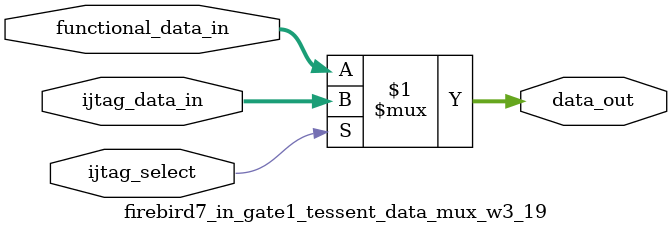
<source format=sv>

module firebird7_in_gate1_tessent_data_mux_w3_19 (
  input wire ijtag_select,
  input wire [2:0]  functional_data_in,
  input wire [2:0]  ijtag_data_in,
  output wire [2:0] data_out
);
assign data_out = (ijtag_select) ? ijtag_data_in : functional_data_in;
endmodule

</source>
